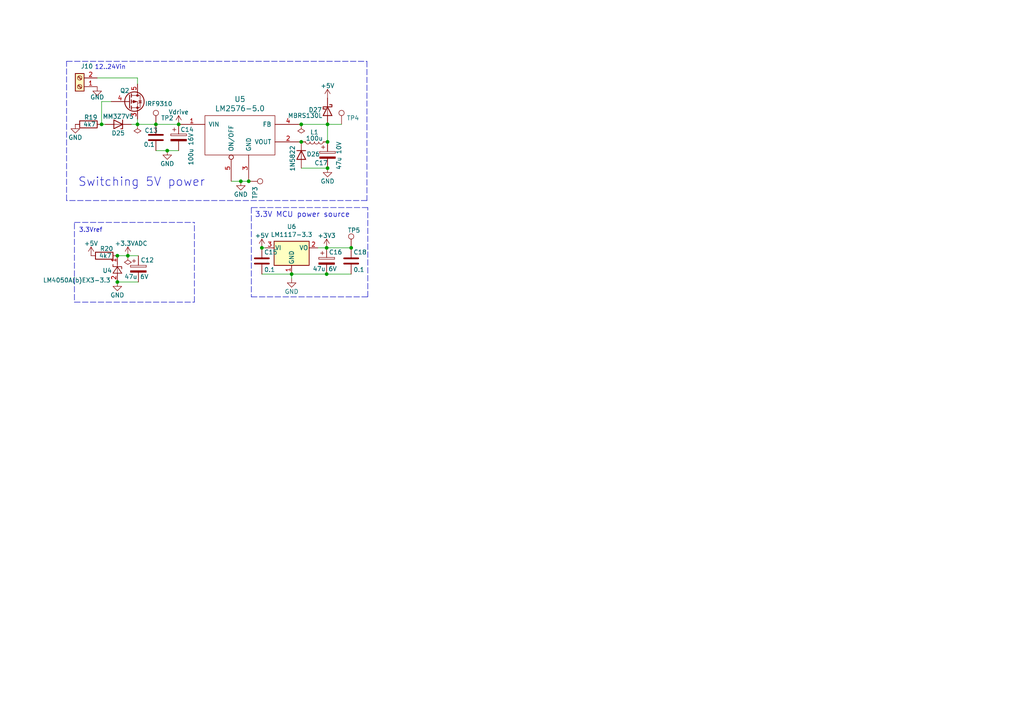
<source format=kicad_sch>
(kicad_sch (version 20211123) (generator eeschema)
  (paper "A4")
  (lib_symbols
    (symbol "Connector:Screw_Terminal_01x02" (pin_names (offset 1.016) hide)
      (property "Reference" "J" (at 0 2.54 0))
      (property "Value" "Screw_Terminal_01x02" (at 0 -5.08 0))
      (symbol "Screw_Terminal_01x02_1_1"
        (rectangle (start -1.27 1.27) (end 1.27 -3.81) (stroke (width 0.254)) (fill (type background)))
        (circle (center 0 -2.54) (radius 0.635) (stroke (width 0.1524)))
        (polyline (pts (xy -0.5334 -2.2098) (xy 0.3302 -3.048)) (stroke (width 0.1524)))
        (polyline (pts (xy -0.5334 0.3302) (xy 0.3302 -0.508)) (stroke (width 0.1524)))
        (polyline (pts (xy -0.3556 -2.032) (xy 0.508 -2.8702)) (stroke (width 0.1524)))
        (polyline (pts (xy -0.3556 0.508) (xy 0.508 -0.3302)) (stroke (width 0.1524)))
        (circle (center 0 0) (radius 0.635) (stroke (width 0.1524)))
        (pin passive line (at -5.08 0 0) (length 3.81) (name "Pin_1") (number "1"))
        (pin passive line (at -5.08 -2.54 0) (length 3.81) (name "Pin_2") (number "2"))
      )
    )
    (symbol "Connector:TestPoint" (pin_numbers hide) (pin_names (offset 0.762) hide)
      (property "Reference" "TP" (at 0 6.858 0))
      (property "Value" "TestPoint" (at 0 5.08 0))
      (symbol "TestPoint_0_1"
        (circle (center 0 3.302) (radius 0.762))
      )
      (symbol "TestPoint_1_1"
        (pin passive line (at 0 0 90) (length 2.54) (name "1") (number "1"))
      )
    )
    (symbol "Device:C" (pin_numbers hide) (pin_names (offset 0.254))
      (property "Reference" "C" (at 0.635 2.54 0))
      (property "Value" "C" (at 0.635 -2.54 0))
      (symbol "C_0_1"
        (polyline (pts (xy -2.032 -0.762) (xy 2.032 -0.762)) (stroke (width 0.508)))
        (polyline (pts (xy -2.032 0.762) (xy 2.032 0.762)) (stroke (width 0.508)))
      )
      (symbol "C_1_1"
        (pin passive line (at 0 3.81 270) (length 2.794) (name "~") (number "1"))
        (pin passive line (at 0 -3.81 90) (length 2.794) (name "~") (number "2"))
      )
    )
    (symbol "Device:C_Polarized" (pin_numbers hide) (pin_names (offset 0.254))
      (property "Reference" "C" (at 0.635 2.54 0))
      (property "Value" "C_Polarized" (at 0.635 -2.54 0))
      (symbol "C_Polarized_0_1"
        (rectangle (start -2.286 0.508) (end 2.286 1.016))
        (polyline (pts (xy -1.778 2.286) (xy -0.762 2.286)))
        (polyline (pts (xy -1.27 2.794) (xy -1.27 1.778)))
        (rectangle (start 2.286 -0.508) (end -2.286 -1.016) (fill (type outline)))
      )
      (symbol "C_Polarized_1_1"
        (pin passive line (at 0 3.81 270) (length 2.794) (name "~") (number "1"))
        (pin passive line (at 0 -3.81 90) (length 2.794) (name "~") (number "2"))
      )
    )
    (symbol "Device:D" (pin_numbers hide) (pin_names (offset 1.016) hide)
      (property "Reference" "D" (at 0 2.54 0))
      (property "Value" "D" (at 0 -2.54 0))
      (symbol "D_0_1"
        (polyline (pts (xy -1.27 1.27) (xy -1.27 -1.27)) (stroke (width 0.254)))
        (polyline (pts (xy 1.27 0) (xy -1.27 0)))
        (polyline (pts (xy 1.27 1.27) (xy 1.27 -1.27) (xy -1.27 0) (xy 1.27 1.27)) (stroke (width 0.254)))
      )
      (symbol "D_1_1"
        (pin passive line (at -3.81 0 0) (length 2.54) (name "K") (number "1"))
        (pin passive line (at 3.81 0 180) (length 2.54) (name "A") (number "2"))
      )
    )
    (symbol "Device:D_Schottky" (pin_numbers hide) (pin_names (offset 1.016) hide)
      (property "Reference" "D" (at 0 2.54 0))
      (property "Value" "D_Schottky" (at 0 -2.54 0))
      (symbol "D_Schottky_0_1"
        (polyline (pts (xy 1.27 0) (xy -1.27 0)))
        (polyline (pts (xy 1.27 1.27) (xy 1.27 -1.27) (xy -1.27 0) (xy 1.27 1.27)) (stroke (width 0.254)))
        (polyline (pts (xy -1.905 0.635) (xy -1.905 1.27) (xy -1.27 1.27) (xy -1.27 -1.27) (xy -0.635 -1.27) (xy -0.635 -0.635)) (stroke (width 0.254)))
      )
      (symbol "D_Schottky_1_1"
        (pin passive line (at -3.81 0 0) (length 2.54) (name "K") (number "1"))
        (pin passive line (at 3.81 0 180) (length 2.54) (name "A") (number "2"))
      )
    )
    (symbol "Device:D_Zener" (pin_numbers hide) (pin_names (offset 1.016) hide)
      (property "Reference" "D" (at 0 2.54 0))
      (property "Value" "D_Zener" (at 0 -2.54 0))
      (symbol "D_Zener_0_1"
        (polyline (pts (xy 1.27 0) (xy -1.27 0)))
        (polyline (pts (xy -1.27 -1.27) (xy -1.27 1.27) (xy -0.762 1.27)) (stroke (width 0.254)))
        (polyline (pts (xy 1.27 -1.27) (xy 1.27 1.27) (xy -1.27 0) (xy 1.27 -1.27)) (stroke (width 0.254)))
      )
      (symbol "D_Zener_1_1"
        (pin passive line (at -3.81 0 0) (length 2.54) (name "K") (number "1"))
        (pin passive line (at 3.81 0 180) (length 2.54) (name "A") (number "2"))
      )
    )
    (symbol "Device:L" (pin_numbers hide) (pin_names (offset 1.016) hide)
      (property "Reference" "L" (at -1.27 0 90))
      (property "Value" "L" (at 1.905 0 90))
      (symbol "L_0_1"
        (arc (start 0 -2.54) (mid 0.635 -1.905) (end 0 -1.27))
        (arc (start 0 -1.27) (mid 0.635 -0.635) (end 0 0))
        (arc (start 0 0) (mid 0.635 0.635) (end 0 1.27))
        (arc (start 0 1.27) (mid 0.635 1.905) (end 0 2.54))
      )
      (symbol "L_1_1"
        (pin passive line (at 0 3.81 270) (length 1.27) (name "1") (number "1"))
        (pin passive line (at 0 -3.81 90) (length 1.27) (name "2") (number "2"))
      )
    )
    (symbol "Device:R" (pin_numbers hide) (pin_names (offset 0))
      (property "Reference" "R" (at 2.032 0 90))
      (property "Value" "R" (at 0 0 90))
      (symbol "R_0_1"
        (rectangle (start -1.016 -2.54) (end 1.016 2.54) (stroke (width 0.254)))
      )
      (symbol "R_1_1"
        (pin passive line (at 0 3.81 270) (length 1.27) (name "~") (number "1"))
        (pin passive line (at 0 -3.81 90) (length 1.27) (name "~") (number "2"))
      )
    )
    (symbol "Reference_Voltage:LM4040DBZ-3" (pin_names (offset 0.0254) hide)
      (property "Reference" "U" (at 0 2.54 0))
      (property "Value" "LM4040DBZ-3" (at 0 -3.175 0))
      (symbol "LM4040DBZ-3_0_1"
        (polyline (pts (xy -1.27 0) (xy 0 0) (xy 1.27 0)))
        (polyline (pts (xy -1.27 -1.27) (xy 0.635 0) (xy -1.27 1.27) (xy -1.27 -1.27)) (stroke (width 0.2032)))
        (polyline (pts (xy 0 -1.27) (xy 0.635 -1.27) (xy 0.635 1.27) (xy 1.27 1.27)) (stroke (width 0.2032)))
      )
      (symbol "LM4040DBZ-3_1_1"
        (pin passive line (at 3.81 0 180) (length 2.54) (name "K") (number "1"))
        (pin passive line (at -3.81 0 0) (length 2.54) (name "A") (number "2"))
      )
    )
    (symbol "Regulator_Linear:LM1117-3.3" (pin_names (offset 0.254))
      (property "Reference" "U" (at -3.81 3.175 0))
      (property "Value" "LM1117-3.3" (at 0 3.175 0))
      (symbol "LM1117-3.3_0_1"
        (rectangle (start -5.08 -5.08) (end 5.08 1.905) (stroke (width 0.254)) (fill (type background)))
      )
      (symbol "LM1117-3.3_1_1"
        (pin power_in line (at 0 -7.62 90) (length 2.54) (name "GND") (number "1"))
        (pin power_out line (at 7.62 0 180) (length 2.54) (name "VO") (number "2"))
        (pin power_in line (at -7.62 0 0) (length 2.54) (name "VI") (number "3"))
      )
    )
    (symbol "elements:IRF9310" (pin_names (offset 0) hide)
      (property "Reference" "Q" (at 5.08 1.27 0))
      (property "Value" "IRF9310" (at 5.08 -1.27 0))
      (symbol "IRF9310_0_1"
        (polyline (pts (xy 0.0508 0) (xy 0.254 0)))
        (polyline (pts (xy 0.762 -1.778) (xy 2.54 -1.778)))
        (polyline (pts (xy 0.762 -1.27) (xy 0.762 -2.286)) (stroke (width 0.254)))
        (polyline (pts (xy 0.762 0) (xy 2.54 0)))
        (polyline (pts (xy 0.762 0.508) (xy 0.762 -0.508)) (stroke (width 0.254)))
        (polyline (pts (xy 0.762 1.778) (xy 2.54 1.778)))
        (polyline (pts (xy 0.762 2.286) (xy 0.762 1.27)) (stroke (width 0.254)))
        (polyline (pts (xy 2.54 -1.778) (xy 2.54 -2.54)))
        (polyline (pts (xy 2.54 -1.778) (xy 2.54 0)))
        (polyline (pts (xy 2.54 2.54) (xy 2.54 1.778)))
        (polyline (pts (xy 0.254 1.905) (xy 0.254 -1.905) (xy 0.254 -1.905)) (stroke (width 0.254)))
        (polyline (pts (xy 2.286 0) (xy 1.27 -0.381) (xy 1.27 0.381) (xy 2.286 0)) (fill (type outline)))
        (polyline (pts (xy 2.54 -1.778) (xy 3.302 -1.778) (xy 3.302 1.778) (xy 2.54 1.778)))
        (polyline (pts (xy 2.794 -0.508) (xy 2.921 -0.381) (xy 3.683 -0.381) (xy 3.81 -0.254)))
        (polyline (pts (xy 3.302 -0.381) (xy 2.921 0.254) (xy 3.683 0.254) (xy 3.302 -0.381)))
        (circle (center 1.651 0) (radius 2.8194) (stroke (width 0.254)))
        (circle (center 2.54 -1.778) (radius 0.2794) (fill (type outline)))
        (circle (center 2.54 1.778) (radius 0.2794) (fill (type outline)))
      )
      (symbol "IRF9310_1_1"
        (pin passive line (at 2.54 -5.08 90) (length 2.54) hide (name "S") (number "1"))
        (pin passive line (at 2.54 -5.08 90) (length 2.54) hide (name "S") (number "2"))
        (pin passive line (at 2.54 -5.08 90) (length 2.54) (name "S") (number "3"))
        (pin input line (at -5.08 0 0) (length 5.08) (name "G") (number "4"))
        (pin passive line (at 2.54 5.08 270) (length 2.54) (name "D") (number "5"))
        (pin passive line (at 2.54 5.08 270) (length 2.54) hide (name "D") (number "6"))
        (pin passive line (at 2.54 5.08 270) (length 2.54) hide (name "D") (number "7"))
        (pin passive line (at 2.54 5.08 270) (length 2.54) hide (name "D") (number "8"))
      )
    )
    (symbol "power:+3.3V" (power) (pin_names (offset 0))
      (property "Value" "+3.3V" (at 0 3.556 0))
      (symbol "+3.3V_0_1"
        (polyline (pts (xy -0.762 1.27) (xy 0 2.54)))
        (polyline (pts (xy 0 0) (xy 0 2.54)))
        (polyline (pts (xy 0 2.54) (xy 0.762 1.27)))
      )
      (symbol "+3.3V_1_1"
        (pin power_in line (at 0 0 90) (length 0) hide (name "+3V3") (number "1"))
      )
    )
    (symbol "power:+3.3VADC" (power) (pin_names (offset 0))
      (property "Value" "+3.3VADC" (at 0 2.54 0))
      (symbol "+3.3VADC_0_0"
        (pin power_in line (at 0 0 90) (length 0) hide (name "+3.3VADC") (number "1"))
      )
      (symbol "+3.3VADC_0_1"
        (polyline (pts (xy -0.762 1.27) (xy 0 2.54)))
        (polyline (pts (xy 0 0) (xy 0 2.54)))
        (polyline (pts (xy 0 2.54) (xy 0.762 1.27)))
      )
    )
    (symbol "power:GND" (power) (pin_names (offset 0))
      (property "Value" "GND" (at 0 -3.81 0))
      (symbol "GND_0_1"
        (polyline (pts (xy 0 0) (xy 0 -1.27) (xy 1.27 -1.27) (xy 0 -2.54) (xy -1.27 -1.27) (xy 0 -1.27)))
      )
      (symbol "GND_1_1"
        (pin power_in line (at 0 0 270) (length 0) hide (name "GND") (number "1"))
      )
    )
    (symbol "power:Vdrive" (power) (pin_names (offset 0))
      (property "Value" "Vdrive" (at 0 3.81 0))
      (symbol "Vdrive_0_1"
        (polyline (pts (xy -0.762 1.27) (xy 0 2.54)))
        (polyline (pts (xy 0 0) (xy 0 2.54)))
        (polyline (pts (xy 0 2.54) (xy 0.762 1.27)))
      )
      (symbol "Vdrive_1_1"
        (pin power_in line (at 0 0 90) (length 0) hide (name "Vdrive") (number "1"))
      )
    )
    (symbol "stm32-rescue:+5V" (power) (pin_names (offset 0))
      (property "Value" "+5V" (at 0 3.556 0))
      (symbol "+5V_0_1"
        (polyline (pts (xy -0.762 1.27) (xy 0 2.54)))
        (polyline (pts (xy 0 0) (xy 0 2.54)))
        (polyline (pts (xy 0 2.54) (xy 0.762 1.27)))
      )
      (symbol "+5V_1_1"
        (pin power_in line (at 0 0 90) (length 0) hide (name "+5V") (number "1"))
      )
    )
    (symbol "stm32-rescue:C" (pin_numbers hide) (pin_names (offset 0.254))
      (property "Reference" "C" (at 0.635 2.54 0))
      (property "Value" "C" (at 0.635 -2.54 0))
      (symbol "C_0_1"
        (polyline (pts (xy -2.032 -0.762) (xy 2.032 -0.762)) (stroke (width 0.508)))
        (polyline (pts (xy -2.032 0.762) (xy 2.032 0.762)) (stroke (width 0.508)))
      )
      (symbol "C_1_1"
        (pin passive line (at 0 3.81 270) (length 2.794) (name "~") (number "1"))
        (pin passive line (at 0 -3.81 90) (length 2.794) (name "~") (number "2"))
      )
    )
    (symbol "stm32-rescue:CP" (pin_numbers hide) (pin_names (offset 0.254))
      (property "Reference" "C" (at 0.635 2.54 0))
      (property "Value" "CP" (at 0.635 -2.54 0))
      (symbol "CP_0_1"
        (rectangle (start -2.286 0.508) (end -2.286 1.016))
        (rectangle (start -2.286 0.508) (end 2.286 0.508))
        (polyline (pts (xy -1.778 2.286) (xy -0.762 2.286)))
        (polyline (pts (xy -1.27 2.794) (xy -1.27 1.778)))
        (rectangle (start 2.286 -0.508) (end -2.286 -1.016) (fill (type outline)))
        (rectangle (start 2.286 1.016) (end -2.286 1.016))
        (rectangle (start 2.286 1.016) (end 2.286 0.508))
      )
      (symbol "CP_1_1"
        (pin passive line (at 0 3.81 270) (length 2.794) (name "~") (number "1"))
        (pin passive line (at 0 -3.81 90) (length 2.794) (name "~") (number "2"))
      )
    )
    (symbol "stm32-rescue:PWR_FLAG" (power) (pin_numbers hide) (pin_names (offset 0) hide)
      (property "Value" "PWR_FLAG" (at 0 3.81 0))
      (symbol "PWR_FLAG_0_0"
        (pin power_out line (at 0 0 90) (length 0) (name "pwr") (number "1"))
      )
      (symbol "PWR_FLAG_0_1"
        (polyline (pts (xy 0 0) (xy 0 1.27) (xy -1.016 1.905) (xy 0 2.54) (xy 1.016 1.905) (xy 0 1.27)))
      )
    )
    (symbol "vreg:LM2576" (pin_names (offset 1.016))
      (property "Reference" "U" (at -8.89 6.35 0))
      (property "Value" "LM2576" (at 6.35 6.35 0))
      (symbol "LM2576_0_1"
        (rectangle (start -10.16 5.08) (end 10.16 -6.35))
      )
      (symbol "LM2576_1_1"
        (pin power_in line (at -17.78 2.54 0) (length 7.62) (name "VIN") (number "1"))
        (pin power_out line (at 17.78 -2.54 180) (length 7.62) (name "VOUT") (number "2"))
        (pin power_in line (at 2.54 -13.97 90) (length 7.62) (name "GND") (number "3"))
        (pin input line (at 17.78 2.54 180) (length 7.62) (name "FB") (number "4"))
        (pin input inverted (at -2.54 -13.97 90) (length 7.62) (name "ON/OFF") (number "5"))
      )
    )
  )
  (junction (at 39.878 36.068))
  (junction (at 94.742 79.502))
  (junction (at 45.212 36.068))
  (junction (at 94.996 48.768))
  (junction (at 94.996 41.148))
  (junction (at 72.136 52.578))
  (junction (at 87.376 36.068))
  (junction (at 29.464 36.068))
  (junction (at 34.036 81.788))
  (junction (at 69.85 52.578))
  (junction (at 94.996 36.068))
  (junction (at 51.816 36.068))
  (junction (at 37.084 74.168))
  (junction (at 84.582 79.502))
  (junction (at 48.514 43.688))
  (junction (at 87.376 41.148))
  (junction (at 34.036 74.168))
  (junction (at 94.742 71.882))
  (junction (at 101.854 71.882))
  (junction (at 75.946 71.882))
  (polyline (pts (xy 106.68 60.198) (xy 72.898 60.198)))
  (wire (pts (xy 101.854 71.882) (xy 94.742 71.882)))
  (wire (pts (xy 39.878 36.068) (xy 39.878 34.544)))
  (polyline (pts (xy 106.426 58.166) (xy 19.304 58.166)))
  (wire (pts (xy 48.514 43.688) (xy 51.816 43.688)))
  (wire (pts (xy 45.212 43.688) (xy 48.514 43.688)))
  (polyline (pts (xy 21.59 87.63) (xy 56.388 87.63)))
  (wire (pts (xy 75.946 79.502) (xy 84.582 79.502)))
  (wire (pts (xy 94.996 41.148) (xy 94.996 36.068)))
  (wire (pts (xy 40.132 74.168) (xy 37.084 74.168)))
  (wire (pts (xy 69.85 52.578) (xy 67.056 52.578)))
  (wire (pts (xy 94.996 36.068) (xy 87.376 36.068)))
  (wire (pts (xy 37.084 74.168) (xy 37.084 73.914)))
  (wire (pts (xy 29.464 29.464) (xy 32.258 29.464)))
  (wire (pts (xy 34.036 74.168) (xy 37.084 74.168)))
  (wire (pts (xy 94.996 48.768) (xy 87.376 48.768)))
  (polyline (pts (xy 21.59 64.516) (xy 56.388 64.516)))
  (polyline (pts (xy 19.304 58.166) (xy 19.304 17.78)))
  (wire (pts (xy 99.06 36.068) (xy 94.996 36.068)))
  (wire (pts (xy 101.854 79.502) (xy 94.742 79.502)))
  (wire (pts (xy 84.582 79.502) (xy 94.742 79.502)))
  (polyline (pts (xy 72.898 86.106) (xy 106.68 86.106)))
  (polyline (pts (xy 106.68 86.106) (xy 106.68 60.198)))
  (wire (pts (xy 34.036 81.788) (xy 40.132 81.788)))
  (wire (pts (xy 39.878 36.068) (xy 45.212 36.068)))
  (wire (pts (xy 45.212 36.068) (xy 51.816 36.068)))
  (wire (pts (xy 76.962 71.882) (xy 75.946 71.882)))
  (wire (pts (xy 92.202 71.882) (xy 94.742 71.882)))
  (polyline (pts (xy 21.59 64.77) (xy 21.59 87.63)))
  (wire (pts (xy 84.582 80.772) (xy 84.582 79.502)))
  (wire (pts (xy 72.136 52.578) (xy 69.85 52.578)))
  (polyline (pts (xy 56.388 87.63) (xy 56.388 64.516)))
  (wire (pts (xy 51.943 36.068) (xy 51.816 36.068)))
  (polyline (pts (xy 72.898 60.198) (xy 72.898 86.106)))
  (wire (pts (xy 30.48 36.068) (xy 29.464 36.068)))
  (wire (pts (xy 28.194 22.606) (xy 39.878 22.606)))
  (polyline (pts (xy 19.304 17.78) (xy 106.426 17.78)))
  (polyline (pts (xy 106.426 17.78) (xy 106.426 58.166)))
  (wire (pts (xy 39.878 22.606) (xy 39.878 24.384)))
  (wire (pts (xy 29.464 36.068) (xy 29.464 29.464)))
  (wire (pts (xy 38.1 36.068) (xy 39.878 36.068)))
  (text "Switching 5V power" (at 22.606 54.356 0) (effects (font (size 2.4892 2.4892)) (justify left bottom)))
  (text "3.3Vref" (at 22.86 67.564 0) (effects (font (size 1.27 1.27)) (justify left bottom)))
  (text "3.3V MCU power source" (at 73.914 63.246 0) (effects (font (size 1.524 1.524)) (justify left bottom)))
  (text "12..24Vin" (at 27.432 20.32 0) (effects (font (size 1.27 1.27)) (justify left bottom)))
  (symbol (lib_id "stm32-rescue:CP") (at 40.132 77.978 0) (unit 1)
    (property "Reference" "C12" (at 40.767 75.438 0) (effects (justify left)))
    (property "Value" "47u 6V" (at 36.068 80.264 0) (effects (justify left)))
    (property "Footprint" "Capacitor_Tantalum_SMD:CP_EIA-3216-18_Kemet-A_Pad1.58x1.35mm_HandSolder" (effects hide))
  )
  (symbol (lib_id "elements:IRF9310") (at 37.338 29.464 0) (unit 1)
    (property "Reference" "Q2" (at 34.798 26.289 0) (effects (justify left)))
    (property "Value" "IRF9310" (at 42.037 30.099 0) (effects (justify left)))
    (property "Footprint" "Package_SO:SO-8_3.9x4.9mm_P1.27mm" (effects hide))
  )
  (symbol (lib_id "stm32-rescue:PWR_FLAG") (at 37.084 74.168 180) (unit 1)
    (property "Reference" "#FLG01" (effects hide))
    (property "Value" "PWR_FLAG" (effects hide))
  )
  (symbol (lib_id "Device:D") (at 87.376 44.958 270) (unit 1)
    (property "Reference" "D26" (at 88.9 44.704 90) (effects (justify left)))
    (property "Value" "1N5822" (at 84.836 42.164 0) (effects (justify left)))
    (property "Footprint" "Diode_THT:D_DO-201_P3.81mm_Vertical_AnodeUp" (effects hide))
  )
  (symbol (lib_id "Reference_Voltage:LM4040DBZ-3") (at 34.036 77.978 90) (unit 1)
    (property "Reference" "U4" (at 29.718 78.486 90) (effects (justify right)))
    (property "Value" "LM4050A(b)EX3-3.3" (at 12.446 81.28 90) (effects (justify right)))
    (property "Footprint" "Package_TO_SOT_SMD:SOT-323_SC-70_Handsoldering" (effects hide))
    (property "Datasheet" "http://www.ti.com/lit/ds/symlink/lm4040-n.pdf" (effects hide))
  )
  (symbol (lib_id "Device:C_Polarized") (at 94.996 44.958 0) (unit 1)
    (property "Reference" "C17" (at 91.186 47.244 0) (effects (justify left)))
    (property "Value" "47u 10V" (at 98.298 49.276 90) (effects (justify left)))
    (property "Footprint" "Capacitor_Tantalum_SMD:CP_EIA-6032-28_Kemet-C_Pad2.25x2.35mm_HandSolder" (effects hide))
  )
  (symbol (lib_id "power:GND") (at 28.194 25.146 0) (unit 1)
    (property "Reference" "#PWR026" (effects hide))
    (property "Value" "GND" (at 28.194 28.194 0))
  )
  (symbol (lib_id "stm32-rescue:PWR_FLAG") (at 39.878 36.068 180) (unit 1)
    (property "Reference" "#FLG02" (effects hide))
    (property "Value" "PWR_FLAG" (effects hide))
  )
  (symbol (lib_id "power:+3.3VADC") (at 37.084 74.168 0) (mirror y) (unit 1)
    (property "Reference" "#PWR028" (effects hide))
    (property "Value" "+3.3VADC" (at 33.274 70.612 0) (effects (justify right)))
  )
  (symbol (lib_id "vreg:LM2576") (at 69.596 38.608 0) (unit 1)
    (property "Reference" "U5" (at 69.596 28.7782 0) (effects (font (size 1.524 1.524))))
    (property "Value" "LM2576-5.0" (at 69.596 31.4706 0) (effects (font (size 1.524 1.524))))
    (property "Footprint" "Package_TO_SOT_THT:TO-220-5_P3.4x3.7mm_StaggerEven_Lead3.8mm_Vertical" (effects hide))
    (property "Manufacturer" "Texas Instruments" (effects hide))
  )
  (symbol (lib_id "stm32-rescue:+5V") (at 75.946 71.882 0) (unit 1)
    (property "Reference" "#PWR032" (effects hide))
    (property "Value" "+5V" (at 75.946 68.326 0))
  )
  (symbol (lib_id "Connector:Screw_Terminal_01x02") (at 23.114 25.146 180) (unit 1)
    (property "Reference" "J10" (at 25.1968 19.2278 0))
    (property "Value" "Screw_Terminal_01x02" (effects hide))
    (property "Footprint" "TerminalBlock_Phoenix:TerminalBlock_Phoenix_MKDS-1,5-2_1x02_P5.00mm_Horizontal" (effects hide))
  )
  (symbol (lib_id "Connector:TestPoint") (at 99.06 36.068 0) (unit 1)
    (property "Reference" "TP4" (at 100.5332 34.2392 0) (effects (justify left)))
    (property "Value" "5V" (effects hide))
    (property "Footprint" "TestPoint:TestPoint_THTPad_1.5x1.5mm_Drill0.7mm" (effects hide))
  )
  (symbol (lib_id "power:GND") (at 48.514 43.688 0) (unit 1)
    (property "Reference" "#PWR029" (effects hide))
    (property "Value" "GND" (at 48.514 47.498 0))
  )
  (symbol (lib_id "Device:C") (at 45.212 39.878 0) (unit 1)
    (property "Reference" "C13" (at 41.91 37.846 0) (effects (justify left)))
    (property "Value" "0.1" (at 41.656 41.91 0) (effects (justify left)))
    (property "Footprint" "Capacitor_SMD:C_0603_1608Metric_Pad1.05x0.95mm_HandSolder" (effects hide))
  )
  (symbol (lib_id "power:GND") (at 21.844 36.068 0) (unit 1)
    (property "Reference" "#PWR024" (effects hide))
    (property "Value" "GND" (at 21.844 39.878 0))
  )
  (symbol (lib_id "Device:R") (at 25.654 36.068 270) (unit 1)
    (property "Reference" "R19" (at 24.384 34.036 90) (effects (justify left)))
    (property "Value" "4k7" (at 24.13 36.068 90) (effects (justify left)))
    (property "Footprint" "Resistor_SMD:R_0603_1608Metric_Pad1.05x0.95mm_HandSolder" (effects hide))
  )
  (symbol (lib_id "stm32-rescue:PWR_FLAG") (at 87.376 36.068 180) (unit 1)
    (property "Reference" "#FLG03" (effects hide))
    (property "Value" "PWR_FLAG" (effects hide))
  )
  (symbol (lib_id "Device:D_Zener") (at 34.29 36.068 180) (unit 1)
    (property "Reference" "D25" (at 34.29 38.608 0))
    (property "Value" "MM3Z7V5" (at 34.29 33.782 0))
    (property "Footprint" "Diode_SMD:D_0805_2012Metric_Pad1.15x1.40mm_HandSolder" (effects hide))
  )
  (symbol (lib_id "Connector:TestPoint") (at 101.854 71.882 0) (unit 1)
    (property "Reference" "TP5" (at 100.838 66.802 0) (effects (justify left)))
    (property "Value" "3.3V" (effects hide))
    (property "Footprint" "TestPoint:TestPoint_THTPad_1.5x1.5mm_Drill0.7mm" (effects hide))
  )
  (symbol (lib_id "Connector:TestPoint") (at 45.212 36.068 0) (unit 1)
    (property "Reference" "TP2" (at 46.6852 34.2392 0) (effects (justify left)))
    (property "Value" "5V" (effects hide))
    (property "Footprint" "TestPoint:TestPoint_THTPad_1.5x1.5mm_Drill0.7mm" (effects hide))
  )
  (symbol (lib_id "stm32-rescue:+5V") (at 26.416 74.168 0) (unit 1)
    (property "Reference" "#PWR025" (effects hide))
    (property "Value" "+5V" (at 26.416 70.612 0))
  )
  (symbol (lib_id "Device:C_Polarized") (at 51.816 39.878 0) (unit 1)
    (property "Reference" "C14" (at 52.324 37.592 0) (effects (justify left)))
    (property "Value" "100u 16V" (at 55.372 48.006 90) (effects (justify left)))
    (property "Footprint" "Capacitor_THT:CP_Radial_D8.0mm_P3.50mm" (effects hide))
  )
  (symbol (lib_id "power:GND") (at 69.85 52.578 0) (unit 1)
    (property "Reference" "#PWR031" (effects hide))
    (property "Value" "GND" (at 69.85 56.388 0))
  )
  (symbol (lib_id "power:+3.3V") (at 94.742 71.882 0) (unit 1)
    (property "Reference" "#PWR034" (effects hide))
    (property "Value" "+3.3V" (at 94.742 68.326 0))
  )
  (symbol (lib_id "stm32-rescue:CP") (at 94.742 75.692 0) (unit 1)
    (property "Reference" "C16" (at 95.377 73.152 0) (effects (justify left)))
    (property "Value" "47u 6V" (at 90.678 77.978 0) (effects (justify left)))
    (property "Footprint" "Capacitor_Tantalum_SMD:CP_EIA-3216-18_Kemet-A_Pad1.58x1.35mm_HandSolder" (effects hide))
  )
  (symbol (lib_id "power:Vdrive") (at 51.816 36.068 0) (unit 1)
    (property "Reference" "#PWR030" (effects hide))
    (property "Value" "Vdrive" (at 51.816 32.4922 0))
  )
  (symbol (lib_id "Device:R") (at 30.226 74.168 270) (unit 1)
    (property "Reference" "R20" (at 28.956 72.136 90) (effects (justify left)))
    (property "Value" "4k7" (at 28.702 74.168 90) (effects (justify left)))
    (property "Footprint" "Resistor_SMD:R_0603_1608Metric_Pad1.05x0.95mm_HandSolder" (effects hide))
  )
  (symbol (lib_id "Device:D_Schottky") (at 94.996 32.258 270) (unit 1)
    (property "Reference" "D27" (at 91.44 31.877 90))
    (property "Value" "MBRS130L" (at 88.519 33.528 90))
    (property "Footprint" "Diode_SMD:D_SMB_Handsoldering" (effects hide))
  )
  (symbol (lib_id "Device:L") (at 91.186 41.148 270) (unit 1)
    (property "Reference" "L1" (at 91.186 38.354 90))
    (property "Value" "100u" (at 91.186 40.132 90))
    (property "Footprint" "Inductor_THT:L_Toroid_Horizontal_D6.5mm_P10.00mm_Diameter7-5mm_Amidon-T25" (effects hide))
  )
  (symbol (lib_id "Regulator_Linear:LM1117-3.3") (at 84.582 71.882 0) (unit 1)
    (property "Reference" "U6" (at 84.582 65.7352 0))
    (property "Value" "LM1117-3.3" (at 84.582 68.0466 0))
    (property "Footprint" "Package_TO_SOT_SMD:SOT-223-3_TabPin2" (effects hide))
    (property "Datasheet" "http://www.ti.com/lit/ds/symlink/lm1117.pdf" (effects hide))
  )
  (symbol (lib_id "stm32-rescue:C") (at 75.946 75.692 0) (unit 1)
    (property "Reference" "C15" (at 76.581 73.152 0) (effects (justify left)))
    (property "Value" "0.1" (at 76.581 78.232 0) (effects (justify left)))
    (property "Footprint" "Capacitor_SMD:C_0603_1608Metric_Pad1.05x0.95mm_HandSolder" (effects hide))
  )
  (symbol (lib_id "Connector:TestPoint") (at 72.136 52.578 270) (unit 1)
    (property "Reference" "TP3" (at 73.9648 54.0512 0) (effects (justify left)))
    (property "Value" "Gnd" (effects hide))
    (property "Footprint" "TestPoint:TestPoint_THTPad_1.5x1.5mm_Drill0.7mm" (effects hide))
  )
  (symbol (lib_id "power:GND") (at 34.036 81.788 0) (unit 1)
    (property "Reference" "#PWR027" (effects hide))
    (property "Value" "GND" (at 34.036 85.598 0))
  )
  (symbol (lib_id "stm32-rescue:+5V") (at 94.996 28.448 0) (unit 1)
    (property "Reference" "#PWR035" (effects hide))
    (property "Value" "+5V" (at 94.996 24.892 0))
  )
  (symbol (lib_id "stm32-rescue:C") (at 101.854 75.692 0) (unit 1)
    (property "Reference" "C18" (at 102.489 73.152 0) (effects (justify left)))
    (property "Value" "0.1" (at 102.489 78.232 0) (effects (justify left)))
    (property "Footprint" "Capacitor_SMD:C_0603_1608Metric_Pad1.05x0.95mm_HandSolder" (effects hide))
  )
  (symbol (lib_id "power:GND") (at 84.582 80.772 0) (unit 1)
    (property "Reference" "#PWR033" (effects hide))
    (property "Value" "GND" (at 84.582 84.582 0))
  )
  (symbol (lib_id "power:GND") (at 94.996 48.768 0) (unit 1)
    (property "Reference" "#PWR036" (effects hide))
    (property "Value" "GND" (at 94.996 52.578 0))
  )
)
</source>
